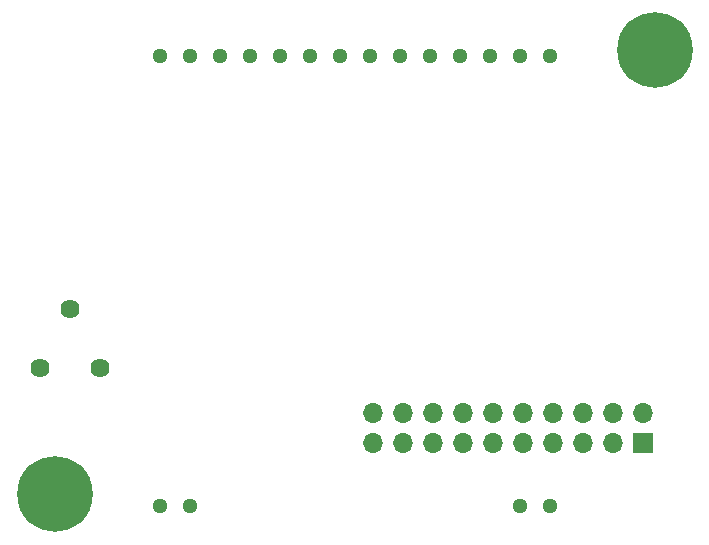
<source format=gbl>
G04 #@! TF.GenerationSoftware,KiCad,Pcbnew,(5.1.12-1-10_14)*
G04 #@! TF.CreationDate,2023-01-20T22:26:28+01:00*
G04 #@! TF.ProjectId,dogs102,646f6773-3130-4322-9e6b-696361645f70,rev?*
G04 #@! TF.SameCoordinates,Original*
G04 #@! TF.FileFunction,Copper,L2,Bot*
G04 #@! TF.FilePolarity,Positive*
%FSLAX46Y46*%
G04 Gerber Fmt 4.6, Leading zero omitted, Abs format (unit mm)*
G04 Created by KiCad (PCBNEW (5.1.12-1-10_14)) date 2023-01-20 22:26:28*
%MOMM*%
%LPD*%
G01*
G04 APERTURE LIST*
G04 #@! TA.AperFunction,ComponentPad*
%ADD10C,1.280000*%
G04 #@! TD*
G04 #@! TA.AperFunction,ComponentPad*
%ADD11C,1.620000*%
G04 #@! TD*
G04 #@! TA.AperFunction,ComponentPad*
%ADD12O,1.700000X1.700000*%
G04 #@! TD*
G04 #@! TA.AperFunction,ComponentPad*
%ADD13R,1.700000X1.700000*%
G04 #@! TD*
G04 #@! TA.AperFunction,ComponentPad*
%ADD14C,0.800000*%
G04 #@! TD*
G04 #@! TA.AperFunction,ComponentPad*
%ADD15C,6.400000*%
G04 #@! TD*
G04 APERTURE END LIST*
D10*
X163576000Y-86360000D03*
X161036000Y-86360000D03*
X158496000Y-86360000D03*
X155956000Y-86360000D03*
X153416000Y-86360000D03*
X150876000Y-86360000D03*
X148336000Y-86360000D03*
X145796000Y-86360000D03*
X143256000Y-86360000D03*
X140716000Y-86360000D03*
X138176000Y-86360000D03*
X135636000Y-86360000D03*
X133096000Y-86360000D03*
X130556000Y-86360000D03*
X161036000Y-124460000D03*
X163576000Y-124460000D03*
X133096000Y-124460000D03*
X130556000Y-124460000D03*
D11*
X125460000Y-112800000D03*
X122960000Y-107800000D03*
X120460000Y-112800000D03*
D12*
X148590000Y-116586000D03*
X148590000Y-119126000D03*
X151130000Y-116586000D03*
X151130000Y-119126000D03*
X153670000Y-116586000D03*
X153670000Y-119126000D03*
X156210000Y-116586000D03*
X156210000Y-119126000D03*
X158750000Y-116586000D03*
X158750000Y-119126000D03*
X161290000Y-116586000D03*
X161290000Y-119126000D03*
X163830000Y-116586000D03*
X163830000Y-119126000D03*
X166370000Y-116586000D03*
X166370000Y-119126000D03*
X168910000Y-116586000D03*
X168910000Y-119126000D03*
X171450000Y-116586000D03*
D13*
X171450000Y-119126000D03*
D14*
X174163056Y-84154944D03*
X172466000Y-83452000D03*
X170768944Y-84154944D03*
X170066000Y-85852000D03*
X170768944Y-87549056D03*
X172466000Y-88252000D03*
X174163056Y-87549056D03*
X174866000Y-85852000D03*
D15*
X172466000Y-85852000D03*
D14*
X123363056Y-121746944D03*
X121666000Y-121044000D03*
X119968944Y-121746944D03*
X119266000Y-123444000D03*
X119968944Y-125141056D03*
X121666000Y-125844000D03*
X123363056Y-125141056D03*
X124066000Y-123444000D03*
D15*
X121666000Y-123444000D03*
M02*

</source>
